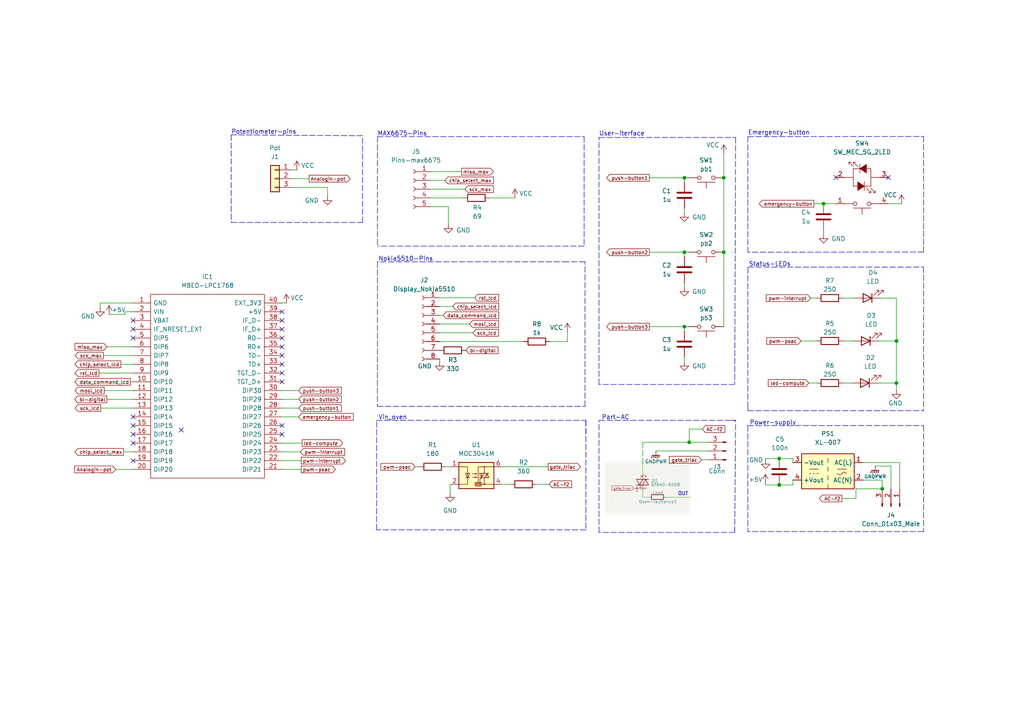
<source format=kicad_sch>
(kicad_sch (version 20211123) (generator eeschema)
  (paper "A4")
  (lib_symbols
    (symbol "Connector:Conn_01x03_Male" (pin_names (offset 1.016) hide)
      (property "Reference" "J" (at 0 5.08 0))
      (property "Value" "Conn_01x03_Male" (at 0 -5.08 0))
      (symbol "Conn_01x03_Male_1_1"
        (polyline (pts (xy 1.27 -2.54) (xy 0.8636 -2.54)) (stroke (width 0.1524)))
        (polyline (pts (xy 1.27 0) (xy 0.8636 0)) (stroke (width 0.1524)))
        (polyline (pts (xy 1.27 2.54) (xy 0.8636 2.54)) (stroke (width 0.1524)))
        (rectangle (start 0.8636 -2.413) (end 0 -2.667) (stroke (width 0.1524)) (fill (type outline)))
        (rectangle (start 0.8636 0.127) (end 0 -0.127) (stroke (width 0.1524)) (fill (type outline)))
        (rectangle (start 0.8636 2.667) (end 0 2.413) (stroke (width 0.1524)) (fill (type outline)))
        (pin passive line (at 5.08 2.54 180) (length 3.81) (name "Pin_1") (number "1"))
        (pin passive line (at 5.08 0 180) (length 3.81) (name "Pin_2") (number "2"))
        (pin passive line (at 5.08 -2.54 180) (length 3.81) (name "Pin_3") (number "3"))
      )
    )
    (symbol "Connector:Conn_01x05_Female" (pin_names (offset 1.016) hide)
      (property "Reference" "J" (at 0 7.62 0))
      (property "Value" "Conn_01x05_Female" (at 0 -7.62 0))
      (symbol "Conn_01x05_Female_1_1"
        (arc (start 0 -4.572) (mid -0.508 -5.08) (end 0 -5.588) (stroke (width 0.1524)))
        (arc (start 0 -2.032) (mid -0.508 -2.54) (end 0 -3.048) (stroke (width 0.1524)))
        (polyline (pts (xy -1.27 -5.08) (xy -0.508 -5.08)) (stroke (width 0.1524)))
        (polyline (pts (xy -1.27 -2.54) (xy -0.508 -2.54)) (stroke (width 0.1524)))
        (polyline (pts (xy -1.27 0) (xy -0.508 0)) (stroke (width 0.1524)))
        (polyline (pts (xy -1.27 2.54) (xy -0.508 2.54)) (stroke (width 0.1524)))
        (polyline (pts (xy -1.27 5.08) (xy -0.508 5.08)) (stroke (width 0.1524)))
        (arc (start 0 0.508) (mid -0.508 0) (end 0 -0.508) (stroke (width 0.1524)))
        (arc (start 0 3.048) (mid -0.508 2.54) (end 0 2.032) (stroke (width 0.1524)))
        (arc (start 0 5.588) (mid -0.508 5.08) (end 0 4.572) (stroke (width 0.1524)))
        (pin passive line (at -5.08 5.08 0) (length 3.81) (name "Pin_1") (number "1"))
        (pin passive line (at -5.08 2.54 0) (length 3.81) (name "Pin_2") (number "2"))
        (pin passive line (at -5.08 0 0) (length 3.81) (name "Pin_3") (number "3"))
        (pin passive line (at -5.08 -2.54 0) (length 3.81) (name "Pin_4") (number "4"))
        (pin passive line (at -5.08 -5.08 0) (length 3.81) (name "Pin_5") (number "5"))
      )
    )
    (symbol "Connector:Conn_01x08_Female" (pin_names (offset 1.016) hide)
      (property "Reference" "J" (at 0 10.16 0))
      (property "Value" "Conn_01x08_Female" (at 0 -12.7 0))
      (symbol "Conn_01x08_Female_1_1"
        (arc (start 0 -9.652) (mid -0.508 -10.16) (end 0 -10.668) (stroke (width 0.1524)))
        (arc (start 0 -7.112) (mid -0.508 -7.62) (end 0 -8.128) (stroke (width 0.1524)))
        (arc (start 0 -4.572) (mid -0.508 -5.08) (end 0 -5.588) (stroke (width 0.1524)))
        (arc (start 0 -2.032) (mid -0.508 -2.54) (end 0 -3.048) (stroke (width 0.1524)))
        (polyline (pts (xy -1.27 -10.16) (xy -0.508 -10.16)) (stroke (width 0.1524)))
        (polyline (pts (xy -1.27 -7.62) (xy -0.508 -7.62)) (stroke (width 0.1524)))
        (polyline (pts (xy -1.27 -5.08) (xy -0.508 -5.08)) (stroke (width 0.1524)))
        (polyline (pts (xy -1.27 -2.54) (xy -0.508 -2.54)) (stroke (width 0.1524)))
        (polyline (pts (xy -1.27 0) (xy -0.508 0)) (stroke (width 0.1524)))
        (polyline (pts (xy -1.27 2.54) (xy -0.508 2.54)) (stroke (width 0.1524)))
        (polyline (pts (xy -1.27 5.08) (xy -0.508 5.08)) (stroke (width 0.1524)))
        (polyline (pts (xy -1.27 7.62) (xy -0.508 7.62)) (stroke (width 0.1524)))
        (arc (start 0 0.508) (mid -0.508 0) (end 0 -0.508) (stroke (width 0.1524)))
        (arc (start 0 3.048) (mid -0.508 2.54) (end 0 2.032) (stroke (width 0.1524)))
        (arc (start 0 5.588) (mid -0.508 5.08) (end 0 4.572) (stroke (width 0.1524)))
        (arc (start 0 8.128) (mid -0.508 7.62) (end 0 7.112) (stroke (width 0.1524)))
        (pin passive line (at -5.08 7.62 0) (length 3.81) (name "Pin_1") (number "1"))
        (pin passive line (at -5.08 5.08 0) (length 3.81) (name "Pin_2") (number "2"))
        (pin passive line (at -5.08 2.54 0) (length 3.81) (name "Pin_3") (number "3"))
        (pin passive line (at -5.08 0 0) (length 3.81) (name "Pin_4") (number "4"))
        (pin passive line (at -5.08 -2.54 0) (length 3.81) (name "Pin_5") (number "5"))
        (pin passive line (at -5.08 -5.08 0) (length 3.81) (name "Pin_6") (number "6"))
        (pin passive line (at -5.08 -7.62 0) (length 3.81) (name "Pin_7") (number "7"))
        (pin passive line (at -5.08 -10.16 0) (length 3.81) (name "Pin_8") (number "8"))
      )
    )
    (symbol "Connector_Generic:Conn_01x03" (pin_names (offset 1.016) hide)
      (property "Reference" "J" (at 0 5.08 0))
      (property "Value" "Conn_01x03" (at 0 -5.08 0))
      (symbol "Conn_01x03_1_1"
        (rectangle (start -1.27 -2.413) (end 0 -2.667) (stroke (width 0.1524)))
        (rectangle (start -1.27 0.127) (end 0 -0.127) (stroke (width 0.1524)))
        (rectangle (start -1.27 2.667) (end 0 2.413) (stroke (width 0.1524)))
        (rectangle (start -1.27 3.81) (end 1.27 -3.81) (stroke (width 0.254)) (fill (type background)))
        (pin passive line (at -5.08 2.54 0) (length 3.81) (name "Pin_1") (number "1"))
        (pin passive line (at -5.08 0 0) (length 3.81) (name "Pin_2") (number "2"))
        (pin passive line (at -5.08 -2.54 0) (length 3.81) (name "Pin_3") (number "3"))
      )
    )
    (symbol "Converter_ACDC:RAC01-xxSGB"
      (property "Reference" "PS" (at 0 6.35 0))
      (property "Value" "RAC01-xxSGB" (at 0 -6.35 0))
      (symbol "RAC01-xxSGB_1_1"
        (rectangle (start -7.62 5.08) (end 7.62 -5.08) (stroke (width 0.254)) (fill (type background)))
        (arc (start -5.334 0.635) (mid -4.699 0.2495) (end -4.064 0.635))
        (arc (start -2.794 0.635) (mid -3.429 1.0072) (end -4.064 0.635))
        (polyline (pts (xy -5.334 -0.635) (xy -2.794 -0.635)))
        (polyline (pts (xy 0 -2.54) (xy 0 -3.81)))
        (polyline (pts (xy 0 0) (xy 0 -1.27)))
        (polyline (pts (xy 0 2.54) (xy 0 1.27)))
        (polyline (pts (xy 0 5.08) (xy 0 3.81)))
        (polyline (pts (xy 2.794 -0.635) (xy 5.334 -0.635)))
        (polyline (pts (xy 2.794 0.635) (xy 3.302 0.635)))
        (polyline (pts (xy 3.81 0.635) (xy 4.318 0.635)))
        (polyline (pts (xy 4.826 0.635) (xy 5.334 0.635)))
        (pin power_in line (at -10.16 -2.54 0) (length 2.54) (name "AC(L)") (number "1"))
        (pin power_in line (at -10.16 2.54 0) (length 2.54) (name "AC(N)") (number "2"))
        (pin power_out line (at 10.16 -2.54 180) (length 2.54) (name "-Vout") (number "3"))
        (pin power_out line (at 10.16 2.54 180) (length 2.54) (name "+Vout") (number "4"))
      )
    )
    (symbol "Device:C" (pin_numbers hide) (pin_names (offset 0.254))
      (property "Reference" "C" (at 0.635 2.54 0))
      (property "Value" "C" (at 0.635 -2.54 0))
      (symbol "C_0_1"
        (polyline (pts (xy -2.032 -0.762) (xy 2.032 -0.762)) (stroke (width 0.508)))
        (polyline (pts (xy -2.032 0.762) (xy 2.032 0.762)) (stroke (width 0.508)))
      )
      (symbol "C_1_1"
        (pin passive line (at 0 3.81 270) (length 2.794) (name "~") (number "1"))
        (pin passive line (at 0 -3.81 90) (length 2.794) (name "~") (number "2"))
      )
    )
    (symbol "Device:LED" (pin_numbers hide) (pin_names (offset 1.016) hide)
      (property "Reference" "D" (at 0 2.54 0))
      (property "Value" "LED" (at 0 -2.54 0))
      (symbol "LED_0_1"
        (polyline (pts (xy -1.27 -1.27) (xy -1.27 1.27)) (stroke (width 0.254)))
        (polyline (pts (xy -1.27 0) (xy 1.27 0)))
        (polyline (pts (xy 1.27 -1.27) (xy 1.27 1.27) (xy -1.27 0) (xy 1.27 -1.27)) (stroke (width 0.254)))
        (polyline (pts (xy -3.048 -0.762) (xy -4.572 -2.286) (xy -3.81 -2.286) (xy -4.572 -2.286) (xy -4.572 -1.524)))
        (polyline (pts (xy -1.778 -0.762) (xy -3.302 -2.286) (xy -2.54 -2.286) (xy -3.302 -2.286) (xy -3.302 -1.524)))
      )
      (symbol "LED_1_1"
        (pin passive line (at -3.81 0 0) (length 2.54) (name "K") (number "1"))
        (pin passive line (at 3.81 0 180) (length 2.54) (name "A") (number "2"))
      )
    )
    (symbol "Device:R" (pin_numbers hide) (pin_names (offset 0))
      (property "Reference" "R" (at 2.032 0 90))
      (property "Value" "R" (at 0 0 90))
      (symbol "R_0_1"
        (rectangle (start -1.016 -2.54) (end 1.016 2.54) (stroke (width 0.254)))
      )
      (symbol "R_1_1"
        (pin passive line (at 0 3.81 270) (length 1.27) (name "~") (number "1"))
        (pin passive line (at 0 -3.81 90) (length 1.27) (name "~") (number "2"))
      )
    )
    (symbol "MBED-LPC1768:MBED-LPC1768" (pin_names (offset 0.762))
      (property "Reference" "IC" (at 39.37 7.62 0))
      (property "Value" "MBED-LPC1768" (at 39.37 5.08 0))
      (symbol "MBED-LPC1768_0_0"
        (pin passive line (at 0 0 0) (length 5.08) (name "GND") (number "1"))
        (pin passive line (at 0 -22.86 0) (length 5.08) (name "DIP10") (number "10"))
        (pin passive line (at 0 -25.4 0) (length 5.08) (name "DIP11") (number "11"))
        (pin passive line (at 0 -27.94 0) (length 5.08) (name "DIP12") (number "12"))
        (pin passive line (at 0 -30.48 0) (length 5.08) (name "DIP13") (number "13"))
        (pin passive line (at 0 -33.02 0) (length 5.08) (name "DIP14") (number "14"))
        (pin passive line (at 0 -35.56 0) (length 5.08) (name "DIP15") (number "15"))
        (pin passive line (at 0 -38.1 0) (length 5.08) (name "DIP16") (number "16"))
        (pin passive line (at 0 -40.64 0) (length 5.08) (name "DIP17") (number "17"))
        (pin passive line (at 0 -43.18 0) (length 5.08) (name "DIP18") (number "18"))
        (pin passive line (at 0 -45.72 0) (length 5.08) (name "DIP19") (number "19"))
        (pin passive line (at 0 -2.54 0) (length 5.08) (name "VIN") (number "2"))
        (pin passive line (at 0 -48.26 0) (length 5.08) (name "DIP20") (number "20"))
        (pin passive line (at 43.18 -48.26 180) (length 5.08) (name "DIP21") (number "21"))
        (pin passive line (at 43.18 -45.72 180) (length 5.08) (name "DIP22") (number "22"))
        (pin passive line (at 43.18 -43.18 180) (length 5.08) (name "DIP23") (number "23"))
        (pin passive line (at 43.18 -40.64 180) (length 5.08) (name "DIP24") (number "24"))
        (pin passive line (at 43.18 -38.1 180) (length 5.08) (name "DIP25") (number "25"))
        (pin passive line (at 43.18 -35.56 180) (length 5.08) (name "DIP26") (number "26"))
        (pin passive line (at 43.18 -33.02 180) (length 5.08) (name "DIP27") (number "27"))
        (pin passive line (at 43.18 -30.48 180) (length 5.08) (name "DIP28") (number "28"))
        (pin passive line (at 43.18 -27.94 180) (length 5.08) (name "DIP29") (number "29"))
        (pin passive line (at 0 -5.08 0) (length 5.08) (name "VBAT") (number "3"))
        (pin passive line (at 43.18 -25.4 180) (length 5.08) (name "DIP30") (number "30"))
        (pin passive line (at 43.18 -22.86 180) (length 5.08) (name "TGT_D+") (number "31"))
        (pin passive line (at 43.18 -20.32 180) (length 5.08) (name "TGT_D-") (number "32"))
        (pin passive line (at 43.18 -17.78 180) (length 5.08) (name "TD+") (number "33"))
        (pin passive line (at 43.18 -15.24 180) (length 5.08) (name "TD-") (number "34"))
        (pin passive line (at 43.18 -12.7 180) (length 5.08) (name "RD+") (number "35"))
        (pin passive line (at 43.18 -10.16 180) (length 5.08) (name "RD-") (number "36"))
        (pin passive line (at 43.18 -7.62 180) (length 5.08) (name "IF_D+") (number "37"))
        (pin passive line (at 43.18 -5.08 180) (length 5.08) (name "IF_D-") (number "38"))
        (pin passive line (at 43.18 -2.54 180) (length 5.08) (name "+5V") (number "39"))
        (pin passive line (at 0 -7.62 0) (length 5.08) (name "IF_NRESET_EXT") (number "4"))
        (pin passive line (at 43.18 0 180) (length 5.08) (name "EXT_3V3") (number "40"))
        (pin passive line (at 0 -10.16 0) (length 5.08) (name "DIP5") (number "5"))
        (pin passive line (at 0 -12.7 0) (length 5.08) (name "DIP6") (number "6"))
        (pin passive line (at 0 -15.24 0) (length 5.08) (name "DIP7") (number "7"))
        (pin passive line (at 0 -17.78 0) (length 5.08) (name "DIP8") (number "8"))
        (pin passive line (at 0 -20.32 0) (length 5.08) (name "DIP9") (number "9"))
      )
      (symbol "MBED-LPC1768_0_1"
        (polyline (pts (xy 5.08 2.54) (xy 38.1 2.54) (xy 38.1 -50.8) (xy 5.08 -50.8) (xy 5.08 2.54)) (stroke (width 0.1524)))
      )
    )
    (symbol "Relay_SolidState:MOC3041M"
      (property "Reference" "U" (at -5.08 5.08 0))
      (property "Value" "MOC3041M" (at 0 5.08 0))
      (symbol "MOC3041M_0_0"
        (rectangle (start -0.381 -2.032) (end 1.397 -3.048))
        (polyline (pts (xy 2.286 -2.54) (xy 1.397 -2.54)))
        (polyline (pts (xy 1.524 -0.635) (xy 1.016 -1.016) (xy 1.016 -2.032)))
        (text "ZCD" (at 0.508 -2.54 0) (effects (font (size 0.508 0.508))))
      )
      (symbol "MOC3041M_0_1"
        (rectangle (start -5.08 3.81) (end 5.08 -3.81) (stroke (width 0.254)) (fill (type background)))
        (polyline (pts (xy -3.175 -0.635) (xy -1.905 -0.635)))
        (polyline (pts (xy 1.524 -0.635) (xy 1.524 0.635)))
        (polyline (pts (xy 3.048 0.635) (xy 3.048 -0.635)))
        (polyline (pts (xy 2.286 -0.635) (xy 2.286 -2.54) (xy 5.08 -2.54)))
        (polyline (pts (xy 2.286 0.635) (xy 2.286 2.54) (xy 5.08 2.54)))
        (polyline (pts (xy 2.286 2.54) (xy 0.508 2.54) (xy 0.508 -2.032)))
        (polyline (pts (xy -5.08 2.54) (xy -2.54 2.54) (xy -2.54 -2.54) (xy -5.08 -2.54)))
        (polyline (pts (xy -2.54 -0.635) (xy -3.175 0.635) (xy -1.905 0.635) (xy -2.54 -0.635)))
        (polyline (pts (xy 0.889 -0.635) (xy 3.683 -0.635) (xy 3.048 0.635) (xy 2.413 -0.635)))
        (polyline (pts (xy 3.683 0.635) (xy 0.889 0.635) (xy 1.524 -0.635) (xy 2.159 0.635)))
        (polyline (pts (xy -1.143 -0.508) (xy 0.127 -0.508) (xy -0.254 -0.635) (xy -0.254 -0.381) (xy 0.127 -0.508)))
        (polyline (pts (xy -1.143 0.508) (xy 0.127 0.508) (xy -0.254 0.381) (xy -0.254 0.635) (xy 0.127 0.508)))
        (circle (center 2.286 -2.54) (radius 0.127))
        (circle (center 2.286 2.54) (radius 0.127))
      )
      (symbol "MOC3041M_1_1"
        (pin passive line (at -7.62 2.54 0) (length 2.54) (name "~") (number "1"))
        (pin passive line (at -7.62 -2.54 0) (length 2.54) (name "~") (number "2"))
        (pin no_connect line (at -5.08 0 0) (length 2.54) hide (name "NC") (number "3"))
        (pin passive line (at 7.62 -2.54 180) (length 2.54) (name "~") (number "4"))
        (pin no_connect line (at 5.08 0 180) (length 2.54) hide (name "NC") (number "5"))
        (pin passive line (at 7.62 2.54 180) (length 2.54) (name "~") (number "6"))
      )
    )
    (symbol "Switch:SW_MEC_5G_2LED" (pin_names (offset 1.016) hide)
      (property "Reference" "SW" (at -5.08 7.62 0))
      (property "Value" "SW_MEC_5G_2LED" (at 0 -8.89 0))
      (symbol "SW_MEC_5G_2LED_0_0"
        (polyline (pts (xy -5.08 -2.54) (xy -2.54 -2.54)))
        (polyline (pts (xy -5.08 5.08) (xy -2.54 5.08)))
        (polyline (pts (xy -3.81 -6.985) (xy -2.54 -5.715)))
        (polyline (pts (xy -2.54 -6.985) (xy -1.27 -5.715)))
        (polyline (pts (xy -2.54 -5.08) (xy 2.54 -5.08)))
        (polyline (pts (xy -2.54 0) (xy -2.54 -5.08)))
        (polyline (pts (xy -0.635 -3.81) (xy -0.635 -6.35)))
        (polyline (pts (xy 0.635 1.27) (xy 0.635 -1.27)))
        (polyline (pts (xy 2.54 0) (xy -2.54 0)))
        (polyline (pts (xy 2.54 0) (xy 2.54 -5.08)))
        (polyline (pts (xy 2.54 1.905) (xy 1.27 0.635)))
        (polyline (pts (xy 2.54 5.08) (xy 5.08 5.08)))
        (polyline (pts (xy 3.81 1.905) (xy 2.54 0.635)))
        (polyline (pts (xy 5.08 -2.54) (xy 2.54 -2.54)))
        (polyline (pts (xy -3.81 -6.35) (xy -3.81 -6.985) (xy -3.175 -6.985)))
        (polyline (pts (xy -2.54 -6.35) (xy -2.54 -6.985) (xy -1.905 -6.985)))
        (polyline (pts (xy 2.54 1.27) (xy 2.54 1.905) (xy 1.905 1.905)))
        (polyline (pts (xy 3.81 1.27) (xy 3.81 1.905) (xy 3.175 1.905)))
        (polyline (pts (xy -0.635 -5.08) (xy 1.27 -3.81) (xy 1.27 -6.35) (xy -0.635 -5.08)) (fill (type outline)))
        (polyline (pts (xy 0.635 0) (xy -1.27 1.27) (xy -1.27 -1.27) (xy 0.635 0)) (fill (type outline)))
      )
      (symbol "SW_MEC_5G_2LED_0_1"
        (circle (center -2.032 5.08) (radius 0.508))
        (polyline (pts (xy 0 6.35) (xy 0 8.128)))
        (polyline (pts (xy 2.54 6.35) (xy -2.54 6.35)))
        (circle (center 2.032 5.08) (radius 0.508))
        (pin passive line (at -7.62 5.08 0) (length 2.54) (name "1") (number "1"))
        (pin passive line (at -7.62 -2.54 0) (length 2.54) (name "2") (number "2"))
        (pin passive line (at 7.62 -2.54 180) (length 2.54) (name "K") (number "3"))
        (pin passive line (at 7.62 5.08 180) (length 2.54) (name "A") (number "4"))
      )
    )
    (symbol "Switch:SW_Push" (pin_numbers hide) (pin_names (offset 1.016) hide)
      (property "Reference" "SW" (at 1.27 2.54 0))
      (property "Value" "SW_Push" (at 0 -1.524 0))
      (symbol "SW_Push_0_1"
        (circle (center -2.032 0) (radius 0.508))
        (polyline (pts (xy 0 1.27) (xy 0 3.048)))
        (polyline (pts (xy 2.54 1.27) (xy -2.54 1.27)))
        (circle (center 2.032 0) (radius 0.508))
        (pin passive line (at -5.08 0 0) (length 2.54) (name "1") (number "1"))
        (pin passive line (at 5.08 0 180) (length 2.54) (name "2") (number "2"))
      )
    )
    (symbol "power:+5V" (power) (pin_names (offset 0))
      (property "Value" "+5V" (at 0 3.556 0))
      (symbol "+5V_0_1"
        (polyline (pts (xy -0.762 1.27) (xy 0 2.54)))
        (polyline (pts (xy 0 0) (xy 0 2.54)))
        (polyline (pts (xy 0 2.54) (xy 0.762 1.27)))
      )
      (symbol "+5V_1_1"
        (pin power_in line (at 0 0 90) (length 0) hide (name "+5V") (number "1"))
      )
    )
    (symbol "power:GND" (power) (pin_names (offset 0))
      (property "Value" "GND" (at 0 -3.81 0))
      (symbol "GND_0_1"
        (polyline (pts (xy 0 0) (xy 0 -1.27) (xy 1.27 -1.27) (xy 0 -2.54) (xy -1.27 -1.27) (xy 0 -1.27)))
      )
      (symbol "GND_1_1"
        (pin power_in line (at 0 0 270) (length 0) hide (name "GND") (number "1"))
      )
    )
    (symbol "power:GNDPWR" (power) (pin_names (offset 0))
      (property "Value" "GNDPWR" (at 0 -3.302 0))
      (symbol "GNDPWR_0_1"
        (polyline (pts (xy 0 -1.27) (xy 0 0)))
        (polyline (pts (xy -1.016 -1.27) (xy -1.27 -2.032) (xy -1.27 -2.032)) (stroke (width 0.2032)))
        (polyline (pts (xy -0.508 -1.27) (xy -0.762 -2.032) (xy -0.762 -2.032)) (stroke (width 0.2032)))
        (polyline (pts (xy 0 -1.27) (xy -0.254 -2.032) (xy -0.254 -2.032)) (stroke (width 0.2032)))
        (polyline (pts (xy 0.508 -1.27) (xy 0.254 -2.032) (xy 0.254 -2.032)) (stroke (width 0.2032)))
        (polyline (pts (xy 1.016 -1.27) (xy -1.016 -1.27) (xy -1.016 -1.27)) (stroke (width 0.2032)))
        (polyline (pts (xy 1.016 -1.27) (xy 0.762 -2.032) (xy 0.762 -2.032) (xy 0.762 -2.032)) (stroke (width 0.2032)))
      )
      (symbol "GNDPWR_1_1"
        (pin power_in line (at 0 0 270) (length 0) hide (name "GNDPWR") (number "1"))
      )
    )
    (symbol "power:VCC" (power) (pin_names (offset 0))
      (property "Value" "VCC" (at 0 3.81 0))
      (symbol "VCC_0_1"
        (polyline (pts (xy -0.762 1.27) (xy 0 2.54)))
        (polyline (pts (xy 0 0) (xy 0 2.54)))
        (polyline (pts (xy 0 2.54) (xy 0.762 1.27)))
      )
      (symbol "VCC_1_1"
        (pin power_in line (at 0 0 90) (length 0) hide (name "VCC") (number "1"))
      )
    )
  )
  (junction (at 226.0092 140.6144))
  (junction (at 238.8616 59.0804))
  (junction (at 199.898 128.27))
  (junction (at 255.8796 141.7828))
  (junction (at 209.931 51.562))
  (junction (at 198.501 94.742))
  (junction (at 209.931 73.152))
  (junction (at 226.0092 140.6652))
  (junction (at 259.9944 98.9076))
  (junction (at 259.9944 111.0996))
  (junction (at 198.501 51.562))
  (junction (at 226.0092 132.9944))
  (junction (at 198.501 73.152))
  (no_connect (at 38.608 125.984))
  (no_connect (at 38.608 92.964))
  (no_connect (at 38.608 95.504))
  (no_connect (at 81.788 110.744))
  (no_connect (at 38.608 120.904))
  (no_connect (at 257.6576 51.4604))
  (no_connect (at 81.788 125.984))
  (no_connect (at 81.788 103.124))
  (no_connect (at 81.788 108.204))
  (no_connect (at 81.788 105.664))
  (no_connect (at 81.788 100.584))
  (no_connect (at 81.788 98.044))
  (no_connect (at 81.788 95.504))
  (no_connect (at 81.788 92.964))
  (no_connect (at 81.788 90.424))
  (no_connect (at 242.4176 51.4604))
  (no_connect (at 81.788 123.444))
  (no_connect (at 38.608 128.524))
  (no_connect (at 38.608 133.604))
  (no_connect (at 38.608 123.444))
  (no_connect (at 52.578 124.714))
  (no_connect (at 38.608 98.044))
  (wire (pts (xy 136.144 93.98) (xy 127.508 93.98)))
  (wire (pts (xy 148.0312 140.462) (xy 145.796 140.462)))
  (wire (pts (xy 36.2204 91.186) (xy 31.6484 91.186)))
  (wire (pts (xy 35.052 105.664) (xy 38.608 105.664)))
  (polyline (pts (xy 267.8684 123.444) (xy 267.8684 154.178)))
  (polyline (pts (xy 109.22 153.67) (xy 109.22 121.92)))
  (wire (pts (xy 259.9944 113.1316) (xy 259.9944 111.0996)))
  (wire (pts (xy 35.814 131.064) (xy 38.608 131.064)))
  (wire (pts (xy 30.226 113.284) (xy 38.608 113.284)))
  (wire (pts (xy 244.5004 111.0996) (xy 247.0404 111.0996)))
  (polyline (pts (xy 216.916 123.444) (xy 267.8684 123.444)))
  (polyline (pts (xy 216.916 77.47) (xy 267.8684 77.47)))
  (wire (pts (xy 29.972 103.124) (xy 38.608 103.124)))
  (wire (pts (xy 234.5944 111.0996) (xy 236.8804 111.0996)))
  (wire (pts (xy 124.968 54.864) (xy 134.874 54.864)))
  (polyline (pts (xy 216.916 118.11) (xy 216.916 119.126)))
  (wire (pts (xy 226.0092 132.9944) (xy 229.9716 132.9944)))
  (wire (pts (xy 81.788 118.364) (xy 86.614 118.364)))
  (wire (pts (xy 87.376 136.144) (xy 81.788 136.144)))
  (wire (pts (xy 198.501 73.152) (xy 198.501 74.422)))
  (polyline (pts (xy 213.106 154.432) (xy 173.736 154.432)))
  (wire (pts (xy 38.608 115.824) (xy 30.988 115.824)))
  (polyline (pts (xy 169.926 121.92) (xy 169.926 126.492)))
  (polyline (pts (xy 109.22 121.92) (xy 169.926 121.92)))
  (wire (pts (xy 203.708 124.46) (xy 199.898 124.46)))
  (polyline (pts (xy 267.8684 77.47) (xy 267.8684 119.126)))
  (wire (pts (xy 238.8616 59.0804) (xy 242.4176 59.0804)))
  (polyline (pts (xy 216.916 39.624) (xy 267.8684 39.5732)))
  (wire (pts (xy 186.436 128.27) (xy 186.436 134.5184)) (stroke (width 0) (type dash)))
  (polyline (pts (xy 164.592 75.946) (xy 109.474 75.946)))
  (wire (pts (xy 235.1024 86.4616) (xy 236.8804 86.4616)))
  (polyline (pts (xy 109.474 39.624) (xy 109.474 71.374)))
  (wire (pts (xy 137.668 86.36) (xy 127.508 86.36)))
  (wire (pts (xy 188.341 73.152) (xy 198.501 73.152)))
  (wire (pts (xy 186.436 128.27) (xy 199.898 128.27)))
  (polyline (pts (xy 267.8684 154.178) (xy 216.916 154.178)))
  (wire (pts (xy 86.614 113.284) (xy 81.788 113.284)))
  (wire (pts (xy 199.771 73.152) (xy 198.501 73.152)))
  (wire (pts (xy 129.286 135.382) (xy 130.556 135.382)))
  (wire (pts (xy 188.341 94.742) (xy 198.501 94.742)))
  (wire (pts (xy 87.122 131.064) (xy 81.788 131.064)))
  (wire (pts (xy 253.8476 135.1788) (xy 258.4196 135.1788)))
  (wire (pts (xy 37.846 110.744) (xy 38.608 110.744)))
  (polyline (pts (xy 173.736 111.506) (xy 173.736 39.878)))
  (wire (pts (xy 236.0676 59.0804) (xy 238.8616 59.0804)))
  (wire (pts (xy 244.5004 86.4616) (xy 247.8024 86.4616)))
  (wire (pts (xy 232.3084 98.9076) (xy 236.8804 98.9076)))
  (wire (pts (xy 29.0576 87.884) (xy 29.0576 89.2048)))
  (polyline (pts (xy 173.736 154.432) (xy 173.736 121.92)))
  (wire (pts (xy 254.6604 111.0996) (xy 259.9944 111.0996)))
  (wire (pts (xy 130.556 143.002) (xy 130.556 140.462)))
  (wire (pts (xy 145.796 135.382) (xy 159.004 135.382)))
  (wire (pts (xy 30.988 100.584) (xy 38.608 100.584)))
  (wire (pts (xy 81.788 120.904) (xy 86.614 120.904)))
  (wire (pts (xy 226.0092 132.9944) (xy 222.0468 132.9944)))
  (wire (pts (xy 209.931 44.577) (xy 209.931 51.562)))
  (wire (pts (xy 229.9716 140.6652) (xy 226.0092 140.6652)))
  (wire (pts (xy 94.996 54.356) (xy 94.996 56.896)))
  (polyline (pts (xy 173.736 39.878) (xy 213.36 39.878)))
  (polyline (pts (xy 169.926 121.92) (xy 169.926 153.67)))
  (wire (pts (xy 198.501 51.562) (xy 198.501 52.832)))
  (wire (pts (xy 86.614 115.824) (xy 81.788 115.824)))
  (polyline (pts (xy 109.474 39.624) (xy 169.418 39.624)))
  (wire (pts (xy 198.501 104.902) (xy 198.501 103.632)))
  (polyline (pts (xy 169.418 39.624) (xy 169.418 71.374)))
  (wire (pts (xy 209.931 73.152) (xy 209.931 94.742)))
  (wire (pts (xy 261.4676 59.0804) (xy 257.6576 59.0804)))
  (polyline (pts (xy 105.156 39.37) (xy 67.056 39.116)))
  (wire (pts (xy 28.702 108.204) (xy 38.608 108.204)))
  (wire (pts (xy 221.996 140.6652) (xy 226.0092 140.6652)))
  (wire (pts (xy 258.4196 135.1788) (xy 258.4196 141.7828)))
  (wire (pts (xy 229.9716 139.2428) (xy 229.9716 140.6652)))
  (polyline (pts (xy 216.916 123.444) (xy 216.916 154.178)))
  (wire (pts (xy 199.771 51.562) (xy 198.501 51.562)))
  (wire (pts (xy 190.246 130.81) (xy 205.486 130.81)))
  (wire (pts (xy 84.836 54.356) (xy 94.996 54.356)))
  (wire (pts (xy 250.2916 139.2428) (xy 255.8796 139.2428)))
  (polyline (pts (xy 213.36 121.92) (xy 212.09 121.92)))
  (polyline (pts (xy 169.926 153.67) (xy 109.22 153.67)))
  (wire (pts (xy 164.592 96.266) (xy 164.592 99.06)))
  (wire (pts (xy 36.2204 90.424) (xy 36.2204 91.186)))
  (wire (pts (xy 131.318 88.9) (xy 127.508 88.9)))
  (wire (pts (xy 127.508 104.902) (xy 127.508 104.14)))
  (wire (pts (xy 259.9944 98.9076) (xy 259.9944 111.0996)))
  (wire (pts (xy 221.996 140.1572) (xy 221.996 140.6652)))
  (wire (pts (xy 81.788 128.524) (xy 87.63 128.524)))
  (wire (pts (xy 83.058 87.884) (xy 81.788 87.884)))
  (wire (pts (xy 199.898 124.46) (xy 199.898 128.27)))
  (wire (pts (xy 226.0092 140.6652) (xy 226.0092 140.6144)))
  (wire (pts (xy 89.662 51.816) (xy 84.836 51.816)))
  (polyline (pts (xy 216.916 118.11) (xy 216.916 77.47)))
  (wire (pts (xy 124.968 52.324) (xy 129.032 52.324)))
  (wire (pts (xy 130.048 59.944) (xy 130.048 65.024)))
  (wire (pts (xy 124.968 57.404) (xy 134.366 57.404)))
  (polyline (pts (xy 109.474 117.856) (xy 169.672 117.856)))
  (wire (pts (xy 120.396 135.382) (xy 121.666 135.382)))
  (wire (pts (xy 84.836 49.276) (xy 86.106 49.276)))
  (wire (pts (xy 198.501 83.312) (xy 198.501 82.042)))
  (wire (pts (xy 199.771 94.742) (xy 198.501 94.742)))
  (wire (pts (xy 199.898 128.27) (xy 205.486 128.27)))
  (wire (pts (xy 198.501 94.742) (xy 198.501 96.012)))
  (wire (pts (xy 188.341 51.562) (xy 198.501 51.562)))
  (polyline (pts (xy 213.36 39.878) (xy 213.106 111.252)))
  (wire (pts (xy 159.512 99.06) (xy 164.592 99.06)))
  (polyline (pts (xy 109.474 75.946) (xy 109.474 117.856)))
  (wire (pts (xy 255.8796 141.7828) (xy 255.8796 139.2428)))
  (wire (pts (xy 127.508 99.06) (xy 151.892 99.06)))
  (wire (pts (xy 244.1956 144.5768) (xy 248.2596 144.5768)))
  (wire (pts (xy 244.5004 98.9076) (xy 247.2944 98.9076)))
  (wire (pts (xy 203.454 133.35) (xy 205.486 133.35)))
  (polyline (pts (xy 216.916 39.624) (xy 216.916 73.152)))
  (polyline (pts (xy 213.106 111.506) (xy 173.736 111.506)))
  (wire (pts (xy 229.9716 132.9944) (xy 229.9716 134.1628)))
  (wire (pts (xy 137.16 96.52) (xy 127.508 96.52)))
  (polyline (pts (xy 213.106 154.432) (xy 213.36 121.92)))
  (wire (pts (xy 36.2204 90.424) (xy 38.608 90.424)))
  (polyline (pts (xy 173.736 121.92) (xy 213.36 121.92)))
  (polyline (pts (xy 267.8684 39.5732) (xy 267.8684 73.1012)))
  (polyline (pts (xy 105.156 64.516) (xy 105.156 39.37)))
  (wire (pts (xy 124.968 49.784) (xy 133.858 49.784)))
  (polyline (pts (xy 267.8684 73.1012) (xy 216.916 73.152)))
  (polyline (pts (xy 67.056 39.116) (xy 67.056 64.516)))
  (wire (pts (xy 222.0468 132.9944) (xy 222.0468 133.35)))
  (wire (pts (xy 198.501 61.722) (xy 198.501 60.452)))
  (wire (pts (xy 254.9144 98.9076) (xy 259.9944 98.9076)))
  (wire (pts (xy 248.2596 141.7828) (xy 255.8796 141.7828)))
  (wire (pts (xy 155.6512 140.462) (xy 159.258 140.462)))
  (wire (pts (xy 248.2596 144.5768) (xy 248.2596 141.7828)))
  (wire (pts (xy 259.9944 86.4616) (xy 259.9944 98.9076)))
  (wire (pts (xy 38.608 87.884) (xy 29.0576 87.884)))
  (polyline (pts (xy 169.418 71.374) (xy 109.474 71.374)))
  (wire (pts (xy 209.931 51.562) (xy 209.931 73.152)))
  (wire (pts (xy 29.21 118.364) (xy 38.608 118.364)))
  (wire (pts (xy 260.9596 134.1628) (xy 260.9596 141.7828)))
  (wire (pts (xy 255.4224 86.4616) (xy 259.9944 86.4616)))
  (polyline (pts (xy 216.916 119.126) (xy 267.8684 119.126)))
  (polyline (pts (xy 169.672 117.856) (xy 169.672 75.946)))
  (wire (pts (xy 128.524 91.44) (xy 127.508 91.44)))
  (wire (pts (xy 124.968 59.944) (xy 130.048 59.944)))
  (wire (pts (xy 33.528 136.144) (xy 38.608 136.144)))
  (wire (pts (xy 141.986 57.404) (xy 149.352 57.404)))
  (polyline (pts (xy 169.672 75.946) (xy 164.592 75.946)))
  (wire (pts (xy 87.376 133.604) (xy 81.788 133.604)))
  (wire (pts (xy 238.8616 67.9704) (xy 238.8616 66.7004)))
  (wire (pts (xy 260.9596 134.1628) (xy 250.2916 134.1628)))
  (polyline (pts (xy 67.056 64.516) (xy 105.156 64.516)))
  (image (at 187.8076 141.6304))
  (text "Nokia5510-Pins\n" (at 109.728 75.946 0) (effects (font (size 1.27 1.27)) (justify left bottom)))
  (text "MAX6675-Pins" (at 109.474 39.624 0) (effects (font (size 1.27 1.27)) (justify left bottom)))
  (text "Power-supply\n" (at 217.424 123.444 0) (effects (font (size 1.27 1.27)) (justify left bottom)))
  (text "OUT\n" (at 196.596 143.9164 0) (effects (font (size 1 1)) (justify left bottom)))
  (text "Status-LEDs" (at 217.17 77.47 0) (effects (font (size 1.27 1.27)) (justify left bottom)))
  (text "Vin_oven\n" (at 109.728 121.92 0) (effects (font (size 1.27 1.27)) (justify left bottom)))
  (text "User-iterface\n" (at 173.736 39.624 0) (effects (font (size 1.27 1.27)) (justify left bottom)))
  (text "Part-AC\n" (at 174.498 121.92 0) (effects (font (size 1.27 1.27)) (justify left bottom)))
  (text "Potentiometer-pins" (at 67.056 39.116 0) (effects (font (size 1.27 1.27)) (justify left bottom)))
  (text "Emergency-button\n" (at 216.916 39.37 0) (effects (font (size 1.27 1.27)) (justify left bottom)))
  (global_label "sck_lcd" (shape input) (at 137.16 96.52 0) (effects (font (size 1 1))) (property "Intersheet References" "${INTERSHEET_REFS}" (effects hide)))
  (global_label "push-button2" (shape input) (at 86.614 115.824 0) (effects (font (size 1 1))) (property "Intersheet References" "${INTERSHEET_REFS}" (effects hide)))
  (global_label "data_command_lcd" (shape output) (at 37.846 110.744 180) (effects (font (size 1 1))) (property "Intersheet References" "${INTERSHEET_REFS}" (effects hide)))
  (global_label "chip_select_max" (shape output) (at 35.814 131.064 180) (effects (font (size 1 1))) (property "Intersheet References" "${INTERSHEET_REFS}" (effects hide)))
  (global_label "chip_select_max" (shape input) (at 129.032 52.324 0) (effects (font (size 1 1))) (property "Intersheet References" "${INTERSHEET_REFS}" (effects hide)))
  (global_label "AC-f2" (shape input) (at 159.258 140.462 0) (effects (font (size 1 1))) (property "Intersheet References" "${INTERSHEET_REFS}" (effects hide)))
  (global_label "emergency-button" (shape output) (at 236.0676 59.0804 180) (effects (font (size 1 1))) (property "Intersheet References" "${INTERSHEET_REFS}" (effects hide)))
  (global_label "push-button3" (shape output) (at 188.341 94.742 180) (effects (font (size 1 1))) (property "Intersheet References" "${INTERSHEET_REFS}" (effects hide)))
  (global_label "push-button1" (shape input) (at 86.614 118.364 0) (effects (font (size 1 1))) (property "Intersheet References" "${INTERSHEET_REFS}" (effects hide)))
  (global_label "miso_max" (shape output) (at 133.858 49.784 0) (effects (font (size 1 1))) (property "Intersheet References" "${INTERSHEET_REFS}" (effects hide)))
  (global_label "sck_max" (shape input) (at 134.874 54.864 0) (effects (font (size 1 1))) (property "Intersheet References" "${INTERSHEET_REFS}" (effects hide)))
  (global_label "miso_max" (shape input) (at 30.988 100.584 180) (effects (font (size 1 1))) (property "Intersheet References" "${INTERSHEET_REFS}" (effects hide)))
  (global_label "gate_triac" (shape input) (at 203.454 133.35 180) (effects (font (size 1 1))) (property "Intersheet References" "${INTERSHEET_REFS}" (effects hide)))
  (global_label "rst_lcd" (shape output) (at 28.702 108.204 180) (effects (font (size 1 1))) (property "Intersheet References" "${INTERSHEET_REFS}" (effects hide)))
  (global_label "chip_select_lcd" (shape input) (at 131.318 88.9 0) (effects (font (size 1 1))) (property "Intersheet References" "${INTERSHEET_REFS}" (effects hide)))
  (global_label "emergency-button" (shape input) (at 86.614 120.904 0) (effects (font (size 1 1))) (property "Intersheet References" "${INTERSHEET_REFS}" (effects hide)))
  (global_label "push-button2" (shape output) (at 188.341 73.152 180) (effects (font (size 1 1))) (property "Intersheet References" "${INTERSHEET_REFS}" (effects hide)))
  (global_label "bl-digital" (shape input) (at 135.128 101.6 0) (effects (font (size 1 1))) (property "Intersheet References" "${INTERSHEET_REFS}" (effects hide)))
  (global_label "led-compute" (shape input) (at 234.5944 111.0996 180) (effects (font (size 1 1))) (property "Intersheet References" "${INTERSHEET_REFS}" (effects hide)))
  (global_label "rst_lcd" (shape input) (at 137.668 86.36 0) (effects (font (size 1 1))) (property "Intersheet References" "${INTERSHEET_REFS}" (effects hide)))
  (global_label "Analogin-pot" (shape input) (at 33.528 136.144 180) (effects (font (size 1 1))) (property "Intersheet References" "${INTERSHEET_REFS}" (effects hide)))
  (global_label "bl-digital" (shape output) (at 30.988 115.824 180) (effects (font (size 1 1))) (property "Intersheet References" "${INTERSHEET_REFS}" (effects hide)))
  (global_label "sck_lcd" (shape output) (at 29.21 118.364 180) (effects (font (size 1 1))) (property "Intersheet References" "${INTERSHEET_REFS}" (effects hide)))
  (global_label "pwm-psac" (shape input) (at 232.3084 98.9076 180) (effects (font (size 1 1))) (property "Intersheet References" "${INTERSHEET_REFS}" (effects hide)))
  (global_label "data_command_lcd" (shape input) (at 128.524 91.44 0) (effects (font (size 1 1))) (property "Intersheet References" "${INTERSHEET_REFS}" (effects hide)))
  (global_label "push-button3" (shape input) (at 86.614 113.284 0) (effects (font (size 1 1))) (property "Intersheet References" "${INTERSHEET_REFS}" (effects hide)))
  (global_label "sck_max" (shape output) (at 29.972 103.124 180) (effects (font (size 1 1))) (property "Intersheet References" "${INTERSHEET_REFS}" (effects hide)))
  (global_label "push-button1" (shape output) (at 188.341 51.562 180) (effects (font (size 1 1))) (property "Intersheet References" "${INTERSHEET_REFS}" (effects hide)))
  (global_label "pwm-psac" (shape input) (at 120.396 135.382 180) (effects (font (size 1 1))) (property "Intersheet References" "${INTERSHEET_REFS}" (effects hide)))
  (global_label "chip_select_lcd" (shape output) (at 35.052 105.664 180) (effects (font (size 1 1))) (property "Intersheet References" "${INTERSHEET_REFS}" (effects hide)))
  (global_label "AC-f2" (shape input) (at 203.708 124.46 0) (effects (font (size 1 1))) (property "Intersheet References" "${INTERSHEET_REFS}" (effects hide)))
  (global_label "led-compute" (shape output) (at 87.63 128.524 0) (effects (font (size 1 1))) (property "Intersheet References" "${INTERSHEET_REFS}" (effects hide)))
  (global_label "Analogin-pot" (shape output) (at 89.662 51.816 0) (effects (font (size 1 1))) (property "Intersheet References" "${INTERSHEET_REFS}" (effects hide)))
  (global_label "gate_triac" (shape output) (at 159.004 135.382 0) (effects (font (size 1 1))) (property "Intersheet References" "${INTERSHEET_REFS}" (effects hide)))
  (global_label "pwm-psac" (shape output) (at 87.376 136.144 0) (effects (font (size 1 1))) (property "Intersheet References" "${INTERSHEET_REFS}" (effects hide)))
  (global_label "AC-f2" (shape output) (at 244.1956 144.5768 180) (effects (font (size 1 1))) (property "Intersheet References" "${INTERSHEET_REFS}" (effects hide)))
  (global_label "pwm-interrupt" (shape input) (at 235.1024 86.4616 180) (effects (font (size 1 1))) (property "Intersheet References" "${INTERSHEET_REFS}" (effects hide)))
  (global_label "pwm-interrupt" (shape input) (at 87.122 131.064 0) (effects (font (size 1 1))) (property "Intersheet References" "${INTERSHEET_REFS}" (effects hide)))
  (global_label "mosi_lcd" (shape output) (at 30.226 113.284 180) (effects (font (size 1 1))) (property "Intersheet References" "${INTERSHEET_REFS}" (effects hide)))
  (global_label "pwm-interrupt" (shape output) (at 87.376 133.604 0) (effects (font (size 1 1))) (property "Intersheet References" "${INTERSHEET_REFS}" (effects hide)))
  (global_label "mosi_lcd" (shape input) (at 136.144 93.98 0) (effects (font (size 1 1))) (property "Intersheet References" "${INTERSHEET_REFS}" (effects hide)))
  (symbol (lib_id "MBED-LPC1768:MBED-LPC1768") (at 38.608 87.884 0) (unit 1)
    (property "Reference" "IC1" (at 60.198 80.264 0))
    (property "Value" "MBED-LPC1768" (at 60.198 82.804 0))
    (property "Footprint" "Mbed_1768:DIPS2286W63P254L5370H300Q40N" (effects hide))
    (property "Datasheet" "https://os.mbed.com/platforms/mbed-LPC1768/" (effects hide))
    (property "Description" "ARM mbed LPC1768 Module" (effects hide))
    (property "Height" "3" (effects hide))
    (property "Manufacturer_Name" "mbed" (effects hide))
    (property "Manufacturer_Part_Number" "MBED-LPC1768" (effects hide))
  )
  (symbol (lib_id "power:VCC") (at 86.106 49.276 0) (unit 1)
    (property "Reference" "#PWR01" (effects hide))
    (property "Value" "VCC" (at 91.186 48.006 0) (effects (justify right)))
  )
  (symbol (lib_id "power:GND") (at 198.501 61.722 0) (unit 1)
    (property "Reference" "#PWR010" (effects hide))
    (property "Value" "GND" (at 204.851 62.992 0) (effects (justify right)))
  )
  (symbol (lib_id "power:GND") (at 198.501 83.312 0) (unit 1)
    (property "Reference" "#PWR011" (effects hide))
    (property "Value" "GND" (at 204.851 84.582 0) (effects (justify right)))
  )
  (symbol (lib_id "Relay_SolidState:MOC3041M") (at 138.176 137.922 0) (unit 1)
    (property "Reference" "U1" (at 138.176 129.032 0))
    (property "Value" "MOC3041M" (at 138.176 131.572 0))
    (property "Footprint" "Package_DIP:DIP-6_W7.62mm_Socket_LongPads" (effects hide))
    (property "Datasheet" "https://www.onsemi.com/pub/Collateral/MOC3043M-D.pdf" (effects hide))
  )
  (symbol (lib_id "Switch:SW_Push") (at 204.851 51.562 180) (unit 1)
    (property "Reference" "SW1" (at 204.851 46.482 0))
    (property "Value" "pb1" (at 204.851 49.022 0))
    (property "Footprint" "Button_Switch_THT:SW_Tactile_SKHH_Angled" (effects hide))
  )
  (symbol (lib_id "Switch:SW_Push") (at 204.851 73.152 180) (unit 1)
    (property "Reference" "SW2" (at 204.851 68.072 0))
    (property "Value" "pb2" (at 204.851 70.612 0))
    (property "Footprint" "Button_Switch_THT:SW_Tactile_SKHH_Angled" (effects hide))
  )
  (symbol (lib_id "Device:R") (at 240.6904 86.4616 270) (mirror x) (unit 1)
    (property "Reference" "R7" (at 240.6904 81.3816 90))
    (property "Value" "250" (at 240.6904 83.9216 90))
    (property "Footprint" "Resistor_SMD:R_0805_2012Metric_Pad1.20x1.40mm_HandSolder" (effects hide))
  )
  (symbol (lib_id "Switch:SW_MEC_5G_2LED") (at 250.0376 54.0004 0) (mirror x) (unit 1)
    (property "Reference" "SW4" (at 250.0376 41.5544 0))
    (property "Value" "SW_MEC_5G_2LED" (at 250.0376 44.0944 0))
    (property "Footprint" "My_component:P16-BR7-R1" (effects hide))
    (property "Datasheet" "http://www.apem.com/int/index.php?controller=attachment&id_attachment=488" (effects hide))
  )
  (symbol (lib_id "Connector:Conn_01x08_Female") (at 122.428 93.98 0) (mirror y) (unit 1)
    (property "Reference" "J2" (at 123.063 81.28 0))
    (property "Value" "Display_Nokia5510" (at 123.063 83.82 0))
    (property "Footprint" "Connector_PinHeader_2.54mm:PinHeader_1x08_P2.54mm_Vertical" (effects hide))
  )
  (symbol (lib_id "Device:R") (at 138.176 57.404 270) (mirror x) (unit 1)
    (property "Reference" "R4" (at 138.43 60.198 90))
    (property "Value" "69" (at 138.43 62.738 90))
    (property "Footprint" "Resistor_SMD:R_0805_2012Metric_Pad1.20x1.40mm_HandSolder" (effects hide))
  )
  (symbol (lib_id "Device:LED") (at 250.8504 111.0996 180) (unit 1)
    (property "Reference" "D2" (at 252.4379 103.7336 0))
    (property "Value" "LED" (at 252.4379 106.2736 0))
    (property "Footprint" "LED_THT:LED_D3.0mm" (effects hide))
  )
  (symbol (lib_id "power:GNDPWR") (at 190.246 130.81 0) (unit 1)
    (property "Reference" "#PWR03" (effects hide))
    (property "Value" "GNDPWR" (at 190.246 133.858 0) (effects (font (size 1 1))))
  )
  (symbol (lib_id "power:+5V") (at 31.6484 91.186 0) (unit 1)
    (property "Reference" "#PWR014" (effects hide))
    (property "Value" "+5V" (at 34.3916 89.8652 0))
  )
  (symbol (lib_id "Device:LED") (at 251.6124 86.4616 180) (unit 1)
    (property "Reference" "D4" (at 253.1999 79.0956 0))
    (property "Value" "LED" (at 253.1999 81.6356 0))
    (property "Footprint" "LED_THT:LED_D3.0mm" (effects hide))
  )
  (symbol (lib_id "Device:R") (at 155.702 99.06 270) (mirror x) (unit 1)
    (property "Reference" "R8" (at 155.702 93.98 90))
    (property "Value" "1k" (at 155.702 96.52 90))
    (property "Footprint" "Resistor_SMD:R_0805_2012Metric_Pad1.20x1.40mm_HandSolder" (effects hide))
  )
  (symbol (lib_id "power:GND") (at 222.0468 133.35 0) (unit 1)
    (property "Reference" "#PWR016" (effects hide))
    (property "Value" "GND" (at 221.3356 133.4008 0) (effects (justify right)))
  )
  (symbol (lib_id "Connector:Conn_01x03_Male") (at 210.566 130.81 180) (unit 1)
    (property "Reference" "J3" (at 206.756 135.382 0) (effects (justify right)))
    (property "Value" "Conn" (at 205.486 136.652 0) (effects (justify right)))
    (property "Footprint" "Connector_Phoenix_MSTB:PhoenixContact_MSTBVA_2,5_3-G-5,08_1x03_P5.08mm_Vertical" (effects hide))
  )
  (symbol (lib_id "Device:C") (at 198.501 78.232 180) (unit 1)
    (property "Reference" "C2" (at 194.691 76.962 0) (effects (justify left)))
    (property "Value" "1u" (at 194.691 79.502 0) (effects (justify left)))
    (property "Footprint" "Capacitor_SMD:C_0805_2012Metric_Pad1.18x1.45mm_HandSolder" (effects hide))
  )
  (symbol (lib_id "Connector_Generic:Conn_01x03") (at 79.756 51.816 0) (mirror y) (unit 1)
    (property "Reference" "J1" (at 79.756 45.466 0))
    (property "Value" "Pot" (at 79.756 42.926 0))
    (property "Footprint" "Connector_PinHeader_2.54mm:PinHeader_1x03_P2.54mm_Vertical" (effects hide))
  )
  (symbol (lib_id "Device:R") (at 131.318 101.6 270) (mirror x) (unit 1)
    (property "Reference" "R3" (at 131.318 104.394 90))
    (property "Value" "330" (at 131.318 106.934 90))
    (property "Footprint" "Resistor_SMD:R_0805_2012Metric_Pad1.20x1.40mm_HandSolder" (effects hide))
  )
  (symbol (lib_id "power:VCC") (at 149.352 57.404 0) (mirror y) (unit 1)
    (property "Reference" "#PWR09" (effects hide))
    (property "Value" "VCC" (at 154.432 56.134 0) (effects (justify left)))
  )
  (symbol (lib_id "Device:R") (at 240.6904 111.0996 270) (mirror x) (unit 1)
    (property "Reference" "R6" (at 240.6904 106.0196 90))
    (property "Value" "250" (at 240.6904 108.5596 90))
    (property "Footprint" "Resistor_SMD:R_0805_2012Metric_Pad1.20x1.40mm_HandSolder" (effects hide))
  )
  (symbol (lib_id "power:GND") (at 29.0576 89.2048 0) (unit 1)
    (property "Reference" "#PWR0105" (effects hide))
    (property "Value" "GND" (at 27.5336 91.7448 0) (effects (justify right)))
  )
  (symbol (lib_id "power:GND") (at 198.501 104.902 0) (unit 1)
    (property "Reference" "#PWR012" (effects hide))
    (property "Value" "GND" (at 204.851 106.172 0) (effects (justify right)))
  )
  (symbol (lib_id "power:VCC") (at 209.931 44.577 0) (unit 1)
    (property "Reference" "#PWR0102" (effects hide))
    (property "Value" "VCC" (at 208.661 42.037 0) (effects (justify right)))
  )
  (symbol (lib_id "Converter_ACDC:RAC01-xxSGB") (at 240.1316 136.7028 180) (unit 1)
    (property "Reference" "PS1" (at 240.1316 125.7808 0))
    (property "Value" "XL-007" (at 240.1316 128.3208 0))
    (property "Footprint" "My_component:Converter_ACDC_XL007" (effects hide))
    (property "Datasheet" "https://www.recom-power.com/pdf/Powerline-AC-DC/RAC01-GB.pdf" (effects hide))
  )
  (symbol (lib_id "Device:C") (at 198.501 56.642 180) (unit 1)
    (property "Reference" "C1" (at 194.691 55.372 0) (effects (justify left)))
    (property "Value" "1u" (at 194.691 57.912 0) (effects (justify left)))
    (property "Footprint" "Capacitor_SMD:C_0805_2012Metric_Pad1.18x1.45mm_HandSolder" (effects hide))
  )
  (symbol (lib_id "power:GND") (at 94.996 56.896 0) (unit 1)
    (property "Reference" "#PWR02" (effects hide))
    (property "Value" "GND" (at 92.456 58.166 0) (effects (justify right)))
  )
  (symbol (lib_id "power:GND") (at 238.8616 67.9704 0) (unit 1)
    (property "Reference" "#PWR0101" (effects hide))
    (property "Value" "GND" (at 245.2116 69.2404 0) (effects (justify right)))
  )
  (symbol (lib_id "power:+5V") (at 221.996 140.1572 0) (unit 1)
    (property "Reference" "#PWR015" (effects hide))
    (property "Value" "+5V" (at 219.1512 139.0904 0))
  )
  (symbol (lib_id "Device:R") (at 240.6904 98.9076 270) (mirror x) (unit 1)
    (property "Reference" "R5" (at 240.6904 93.8276 90))
    (property "Value" "250" (at 240.6904 96.3676 90))
    (property "Footprint" "Resistor_SMD:R_0805_2012Metric_Pad1.20x1.40mm_HandSolder" (effects hide))
  )
  (symbol (lib_id "power:GND") (at 259.9944 113.1316 0) (unit 1)
    (property "Reference" "#PWR0104" (effects hide))
    (property "Value" "GND" (at 261.7724 116.9416 0) (effects (justify right)))
  )
  (symbol (lib_id "Switch:SW_Push") (at 204.851 94.742 180) (unit 1)
    (property "Reference" "SW3" (at 204.851 89.662 0))
    (property "Value" "pb3" (at 204.851 92.202 0))
    (property "Footprint" "Button_Switch_THT:SW_Tactile_SKHH_Angled" (effects hide))
  )
  (symbol (lib_id "Device:R") (at 151.8412 140.462 90) (unit 1)
    (property "Reference" "R2" (at 151.8412 134.112 90))
    (property "Value" "360" (at 151.8412 136.652 90))
    (property "Footprint" "Resistor_SMD:R_0805_2012Metric_Pad1.20x1.40mm_HandSolder" (effects hide))
  )
  (symbol (lib_id "Device:R") (at 125.476 135.382 90) (unit 1)
    (property "Reference" "R1" (at 125.476 129.032 90))
    (property "Value" "180" (at 125.476 131.572 90))
    (property "Footprint" "Resistor_SMD:R_0805_2012Metric_Pad1.20x1.40mm_HandSolder" (effects hide))
  )
  (symbol (lib_id "power:GNDPWR") (at 253.8476 135.1788 0) (unit 1)
    (property "Reference" "#PWR013" (effects hide))
    (property "Value" "GNDPWR" (at 253.8476 138.2268 0) (effects (font (size 1 1))))
  )
  (symbol (lib_id "Device:C") (at 226.0092 136.8044 0) (unit 1)
    (property "Reference" "C5" (at 224.79 127.4064 0) (effects (justify left)))
    (property "Value" "100n" (at 223.6724 129.8956 0) (effects (justify left)))
    (property "Footprint" "Capacitor_SMD:C_0805_2012Metric_Pad1.18x1.45mm_HandSolder" (effects hide))
  )
  (symbol (lib_id "power:VCC") (at 83.058 87.884 0) (unit 1)
    (property "Reference" "#PWR04" (effects hide))
    (property "Value" "VCC" (at 84.2772 86.4108 0) (effects (justify left)))
  )
  (symbol (lib_id "Device:C") (at 198.501 99.822 180) (unit 1)
    (property "Reference" "C3" (at 194.691 98.552 0) (effects (justify left)))
    (property "Value" "1u" (at 194.691 101.092 0) (effects (justify left)))
    (property "Footprint" "Capacitor_SMD:C_0805_2012Metric_Pad1.18x1.45mm_HandSolder" (effects hide))
  )
  (symbol (lib_id "Connector:Conn_01x03_Male") (at 258.4196 146.8628 270) (mirror x) (unit 1)
    (property "Reference" "J4" (at 258.4196 149.4028 90))
    (property "Value" "Conn_01x03_Male" (at 258.4196 151.9428 90))
    (property "Footprint" "Connector_Phoenix_MSTB:PhoenixContact_MSTBVA_2,5_3-G-5,08_1x03_P5.08mm_Vertical" (effects hide))
  )
  (symbol (lib_id "Device:LED") (at 251.1044 98.9076 180) (unit 1)
    (property "Reference" "D3" (at 252.6919 91.5416 0))
    (property "Value" "LED" (at 252.6919 94.0816 0))
    (property "Footprint" "LED_THT:LED_D3.0mm" (effects hide))
  )
  (symbol (lib_id "Connector:Conn_01x05_Female") (at 119.888 54.864 0) (mirror y) (unit 1)
    (property "Reference" "J5" (at 120.65 43.942 0))
    (property "Value" "Pins-max6675" (at 120.65 46.482 0))
    (property "Footprint" "Connector_PinHeader_2.54mm:PinHeader_1x05_P2.54mm_Vertical" (effects hide))
  )
  (symbol (lib_id "power:VCC") (at 261.4676 59.0804 0) (unit 1)
    (property "Reference" "#PWR0103" (effects hide))
    (property "Value" "VCC" (at 260.1976 56.5404 0) (effects (justify right)))
  )
  (symbol (lib_id "power:GND") (at 130.556 143.002 0) (unit 1)
    (property "Reference" "#PWR05" (effects hide))
    (property "Value" "GND" (at 130.556 148.082 0))
  )
  (symbol (lib_id "power:GND") (at 130.048 65.024 0) (mirror y) (unit 1)
    (property "Reference" "#PWR06" (effects hide))
    (property "Value" "GND" (at 132.334 66.802 0) (effects (justify right)))
  )
  (symbol (lib_id "Device:C") (at 238.8616 62.8904 180) (unit 1)
    (property "Reference" "C4" (at 235.0516 61.6204 0) (effects (justify left)))
    (property "Value" "1u" (at 235.0516 64.1604 0) (effects (justify left)))
    (property "Footprint" "Capacitor_SMD:C_0805_2012Metric_Pad1.18x1.45mm_HandSolder" (effects hide))
  )
  (symbol (lib_id "power:VCC") (at 164.592 96.266 0) (mirror y) (unit 1)
    (property "Reference" "#PWR08" (effects hide))
    (property "Value" "VCC" (at 163.322 94.996 0) (effects (justify left)))
  )
  (symbol (lib_id "power:GND") (at 127.508 104.902 0) (mirror y) (unit 1)
    (property "Reference" "#PWR07" (effects hide))
    (property "Value" "GND" (at 121.158 106.172 0) (effects (justify right)))
  )
)
</source>
